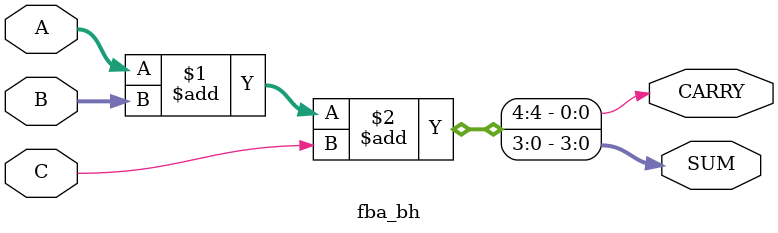
<source format=sv>
module fba_bh (
  // inputs
  input  logic [3:0] A, 
  input  logic [3:0] B,
  input  logic       C,
  // outputs
  output logic [3:0] SUM,
  output logic       CARRY
);
  // logic
  assign {CARRY, SUM} = A + B + C;

endmodule

</source>
